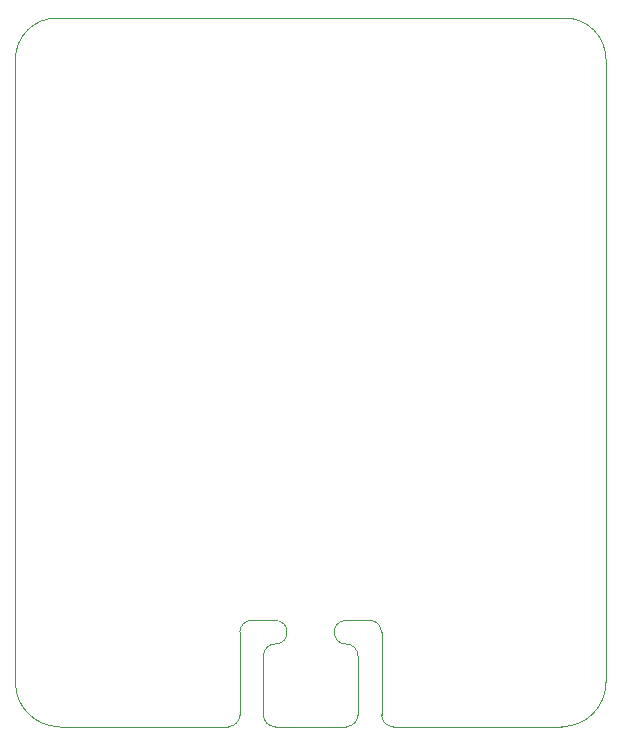
<source format=gbr>
G04 #@! TF.GenerationSoftware,KiCad,Pcbnew,no-vcs-found-7433~57~ubuntu16.10.1*
G04 #@! TF.CreationDate,2017-01-11T15:26:42+01:00*
G04 #@! TF.ProjectId,can-node,63616E2D6E6F64652E6B696361645F70,rev?*
G04 #@! TF.FileFunction,Profile,NP*
%FSLAX46Y46*%
G04 Gerber Fmt 4.6, Leading zero omitted, Abs format (unit mm)*
G04 Created by KiCad (PCBNEW no-vcs-found-7433~57~ubuntu16.10.1) date Wed Jan 11 15:26:42 2017*
%MOMM*%
%LPD*%
G01*
G04 APERTURE LIST*
%ADD10C,0.100000*%
G04 APERTURE END LIST*
D10*
X149000000Y-119000000D02*
G75*
G03X148000000Y-118000000I-1000000J0D01*
G01*
X142000000Y-118000000D02*
G75*
G03X141000000Y-119000000I0J-1000000D01*
G01*
X152000000Y-125000000D02*
G75*
G02X151000000Y-124000000I0J1000000D01*
G01*
X138000000Y-125000000D02*
G75*
G03X139000000Y-124000000I0J1000000D01*
G01*
X148000000Y-125000000D02*
G75*
G03X149000000Y-124000000I0J1000000D01*
G01*
X141000000Y-124000000D02*
G75*
G03X142000000Y-125000000I1000000J0D01*
G01*
X148000000Y-116000000D02*
X150000000Y-116000000D01*
X151000000Y-117000000D02*
G75*
G03X150000000Y-116000000I-1000000J0D01*
G01*
X148000000Y-116000000D02*
G75*
G03X148000000Y-118000000I0J-1000000D01*
G01*
X142000000Y-118000000D02*
G75*
G03X142000000Y-116000000I0J1000000D01*
G01*
X140000000Y-116000000D02*
G75*
G03X139000000Y-117000000I0J-1000000D01*
G01*
X120000000Y-121250000D02*
G75*
G03X123750000Y-125000000I3750000J0D01*
G01*
X166250000Y-125000000D02*
G75*
G03X170000000Y-121250000I0J3750000D01*
G01*
X123500000Y-65000000D02*
G75*
G03X120000000Y-68500000I0J-3500000D01*
G01*
X170000000Y-68500000D02*
G75*
G03X166500000Y-65000000I-3500000J0D01*
G01*
X152000000Y-125000000D02*
X166250000Y-125000000D01*
X142000000Y-125000000D02*
X148000000Y-125000000D01*
X151000000Y-124000000D02*
X151000000Y-117000000D01*
X139000000Y-117000000D02*
X139000000Y-124000000D01*
X142000000Y-116000000D02*
X140000000Y-116000000D01*
X149000000Y-119000000D02*
X149000000Y-124000000D01*
X141000000Y-124000000D02*
X141000000Y-119000000D01*
X138000000Y-125000000D02*
X123750000Y-125000000D01*
X170000000Y-68500000D02*
X170000000Y-121250000D01*
X123500000Y-65000000D02*
X166500000Y-65000000D01*
X120000000Y-121250000D02*
X120000000Y-68500000D01*
M02*

</source>
